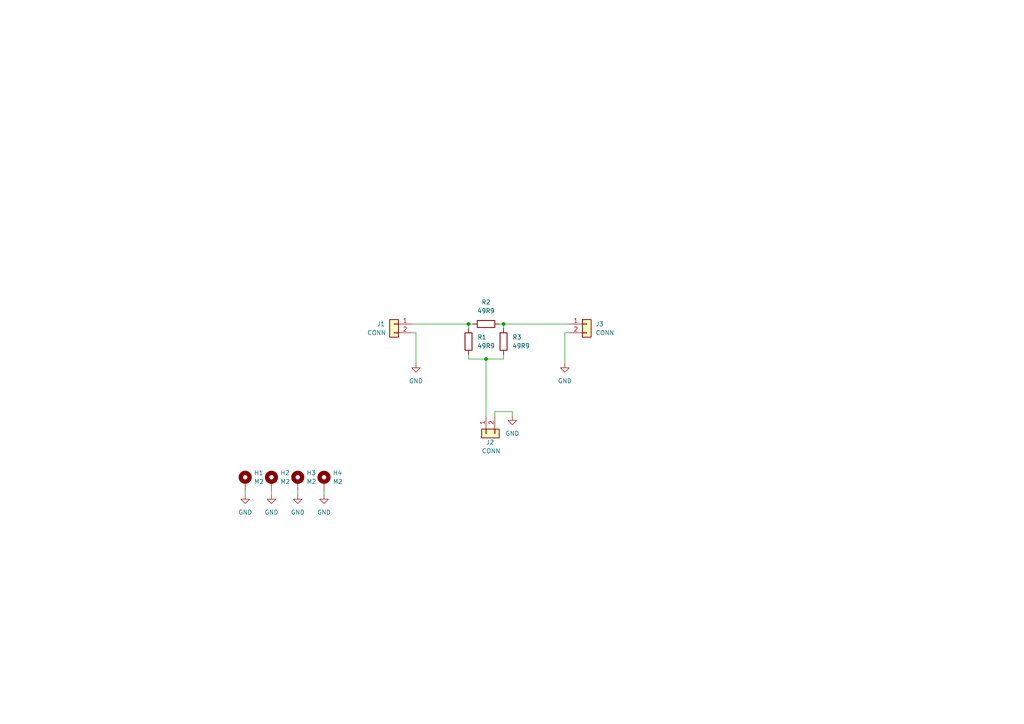
<source format=kicad_sch>
(kicad_sch (version 20211123) (generator eeschema)
  (paper "A4")
  (title_block (title "015-3 Port Resistive Splitter") (date "2022-11-11") (rev "1") (company "Halidelabs") (comment 1 "contact@halidelabs.eu"))
  (lib_symbols
    (symbol "Connector_Generic:Conn_01x02" (pin_names (offset 1.016) hide)
      (property "Reference" "J" (at 0 2.54 0))
      (property "Value" "Conn_01x02" (at 0 -5.08 0))
      (symbol "Conn_01x02_1_1"
        (rectangle (start -1.27 -2.413) (end 0 -2.667) (stroke (width 0.1524)))
        (rectangle (start -1.27 0.127) (end 0 -0.127) (stroke (width 0.1524)))
        (rectangle (start -1.27 1.27) (end 1.27 -3.81) (stroke (width 0.254)) (fill (type background)))
        (pin passive line (at -5.08 0 0) (length 3.81) (name "Pin_1") (number "1"))
        (pin passive line (at -5.08 -2.54 0) (length 3.81) (name "Pin_2") (number "2"))
      )
    )
    (symbol "Device:R" (pin_numbers hide) (pin_names (offset 0))
      (property "Reference" "R" (at 2.032 0 90))
      (property "Value" "R" (at 0 0 90))
      (symbol "R_0_1"
        (rectangle (start -1.016 -2.54) (end 1.016 2.54) (stroke (width 0.254)))
      )
      (symbol "R_1_1"
        (pin passive line (at 0 3.81 270) (length 1.27) (name "~") (number "1"))
        (pin passive line (at 0 -3.81 90) (length 1.27) (name "~") (number "2"))
      )
    )
    (symbol "Mechanical:MountingHole_Pad" (pin_numbers hide) (pin_names (offset 1.016) hide)
      (property "Reference" "H" (at 0 6.35 0))
      (property "Value" "MountingHole_Pad" (at 0 4.445 0))
      (symbol "MountingHole_Pad_0_1"
        (circle (center 0 1.27) (radius 1.27) (stroke (width 1.27)))
      )
      (symbol "MountingHole_Pad_1_1"
        (pin input line (at 0 -2.54 90) (length 2.54) (name "1") (number "1"))
      )
    )
    (symbol "power:GND" (power) (pin_names (offset 0))
      (property "Value" "GND" (at 0 -3.81 0))
      (symbol "GND_0_1"
        (polyline (pts (xy 0 0) (xy 0 -1.27) (xy 1.27 -1.27) (xy 0 -2.54) (xy -1.27 -1.27) (xy 0 -1.27)))
      )
      (symbol "GND_1_1"
        (pin power_in line (at 0 0 270) (length 0) hide (name "GND") (number "1"))
      )
    )
  )
  (junction (at 135.89 93.98))
  (junction (at 146.05 93.98))
  (junction (at 140.97 104.14))
  (wire (pts (xy 93.98 142.24) (xy 93.98 143.51)))
  (wire (pts (xy 140.97 104.14) (xy 140.97 120.65)))
  (wire (pts (xy 86.36 142.24) (xy 86.36 143.51)))
  (wire (pts (xy 135.89 102.87) (xy 135.89 104.14)))
  (wire (pts (xy 135.89 104.14) (xy 140.97 104.14)))
  (wire (pts (xy 148.59 119.38) (xy 143.51 119.38)))
  (wire (pts (xy 120.65 96.52) (xy 119.38 96.52)))
  (wire (pts (xy 135.89 93.98) (xy 137.16 93.98)))
  (wire (pts (xy 135.89 93.98) (xy 135.89 95.25)))
  (wire (pts (xy 148.59 120.65) (xy 148.59 119.38)))
  (wire (pts (xy 146.05 93.98) (xy 165.1 93.98)))
  (wire (pts (xy 146.05 93.98) (xy 146.05 95.25)))
  (wire (pts (xy 163.83 105.41) (xy 163.83 96.52)))
  (wire (pts (xy 78.74 142.24) (xy 78.74 143.51)))
  (wire (pts (xy 144.78 93.98) (xy 146.05 93.98)))
  (wire (pts (xy 140.97 104.14) (xy 146.05 104.14)))
  (wire (pts (xy 146.05 102.87) (xy 146.05 104.14)))
  (wire (pts (xy 163.83 96.52) (xy 165.1 96.52)))
  (wire (pts (xy 143.51 119.38) (xy 143.51 120.65)))
  (wire (pts (xy 71.12 142.24) (xy 71.12 143.51)))
  (wire (pts (xy 119.38 93.98) (xy 135.89 93.98)))
  (wire (pts (xy 120.65 105.41) (xy 120.65 96.52)))
  (symbol (lib_id "power:GND") (at 71.12 143.51 0) (unit 1)
    (property "Reference" "#PWR0104" (effects hide))
    (property "Value" "GND" (at 71.12 148.59 0))
  )
  (symbol (lib_id "Mechanical:MountingHole_Pad") (at 71.12 139.7 0) (unit 1)
    (property "Reference" "H1" (at 73.66 137.1599 0) (effects (justify left)))
    (property "Value" "M2" (at 73.66 139.6999 0) (effects (justify left)))
    (property "Footprint" "modular-rf-bench-footprints:M2-hole" (effects hide))
  )
  (symbol (lib_id "Device:R") (at 135.89 99.06 180) (unit 1)
    (property "Reference" "R1" (at 138.43 97.7899 0) (effects (justify right)))
    (property "Value" "49R9" (at 138.43 100.3299 0) (effects (justify right)))
    (property "Footprint" "Resistor_SMD:R_0402_1005Metric" (effects hide))
  )
  (symbol (lib_id "power:GND") (at 93.98 143.51 0) (unit 1)
    (property "Reference" "#PWR0101" (effects hide))
    (property "Value" "GND" (at 93.98 148.59 0))
  )
  (symbol (lib_id "Connector_Generic:Conn_01x02") (at 170.18 93.98 0) (unit 1)
    (property "Reference" "J3" (at 172.72 93.9799 0) (effects (justify left)))
    (property "Value" "CONN" (at 172.72 96.5199 0) (effects (justify left)))
    (property "Footprint" "modular-rf-bench-footprints:edge-connector" (effects hide))
  )
  (symbol (lib_id "power:GND") (at 120.65 105.41 0) (unit 1)
    (property "Reference" "#PWR0105" (effects hide))
    (property "Value" "GND" (at 120.65 110.49 0))
  )
  (symbol (lib_id "Mechanical:MountingHole_Pad") (at 78.74 139.7 0) (unit 1)
    (property "Reference" "H2" (at 81.28 137.1599 0) (effects (justify left)))
    (property "Value" "M2" (at 81.28 139.6999 0) (effects (justify left)))
    (property "Footprint" "modular-rf-bench-footprints:M2-hole" (effects hide))
  )
  (symbol (lib_id "Device:R") (at 146.05 99.06 180) (unit 1)
    (property "Reference" "R3" (at 148.59 97.7899 0) (effects (justify right)))
    (property "Value" "49R9" (at 148.59 100.3299 0) (effects (justify right)))
    (property "Footprint" "Resistor_SMD:R_0402_1005Metric" (effects hide))
  )
  (symbol (lib_id "Mechanical:MountingHole_Pad") (at 86.36 139.7 0) (unit 1)
    (property "Reference" "H3" (at 88.9 137.1599 0) (effects (justify left)))
    (property "Value" "M2" (at 88.9 139.6999 0) (effects (justify left)))
    (property "Footprint" "modular-rf-bench-footprints:M2-hole" (effects hide))
  )
  (symbol (lib_id "power:GND") (at 78.74 143.51 0) (unit 1)
    (property "Reference" "#PWR0103" (effects hide))
    (property "Value" "GND" (at 78.74 148.59 0))
  )
  (symbol (lib_id "power:GND") (at 148.59 120.65 0) (unit 1)
    (property "Reference" "#PWR0108" (effects hide))
    (property "Value" "GND" (at 148.59 125.73 0))
  )
  (symbol (lib_id "Mechanical:MountingHole_Pad") (at 93.98 139.7 0) (unit 1)
    (property "Reference" "H4" (at 96.52 137.1599 0) (effects (justify left)))
    (property "Value" "M2" (at 96.52 139.6999 0) (effects (justify left)))
    (property "Footprint" "modular-rf-bench-footprints:M2-hole" (effects hide))
  )
  (symbol (lib_id "power:GND") (at 86.36 143.51 0) (unit 1)
    (property "Reference" "#PWR0102" (effects hide))
    (property "Value" "GND" (at 86.36 148.59 0))
  )
  (symbol (lib_id "power:GND") (at 163.83 105.41 0) (unit 1)
    (property "Reference" "#PWR0107" (effects hide))
    (property "Value" "GND" (at 163.83 110.49 0))
  )
  (symbol (lib_id "Device:R") (at 140.97 93.98 90) (unit 1)
    (property "Reference" "R2" (at 140.97 87.63 90))
    (property "Value" "49R9" (at 140.97 90.17 90))
    (property "Footprint" "Resistor_SMD:R_0402_1005Metric" (effects hide))
  )
  (symbol (lib_id "Connector_Generic:Conn_01x02") (at 114.3 93.98 0) (mirror y) (unit 1)
    (property "Reference" "J1" (at 110.49 93.98 0))
    (property "Value" "CONN" (at 109.22 96.52 0))
    (property "Footprint" "modular-rf-bench-footprints:edge-connector" (effects hide))
  )
  (symbol (lib_id "Connector_Generic:Conn_01x02") (at 140.97 125.73 90) (mirror x) (unit 1)
    (property "Reference" "J2" (at 140.97 128.27 90) (effects (justify right)))
    (property "Value" "CONN" (at 139.7 130.81 90) (effects (justify right)))
    (property "Footprint" "modular-rf-bench-footprints:edge-connector" (effects hide))
  )
)
</source>
